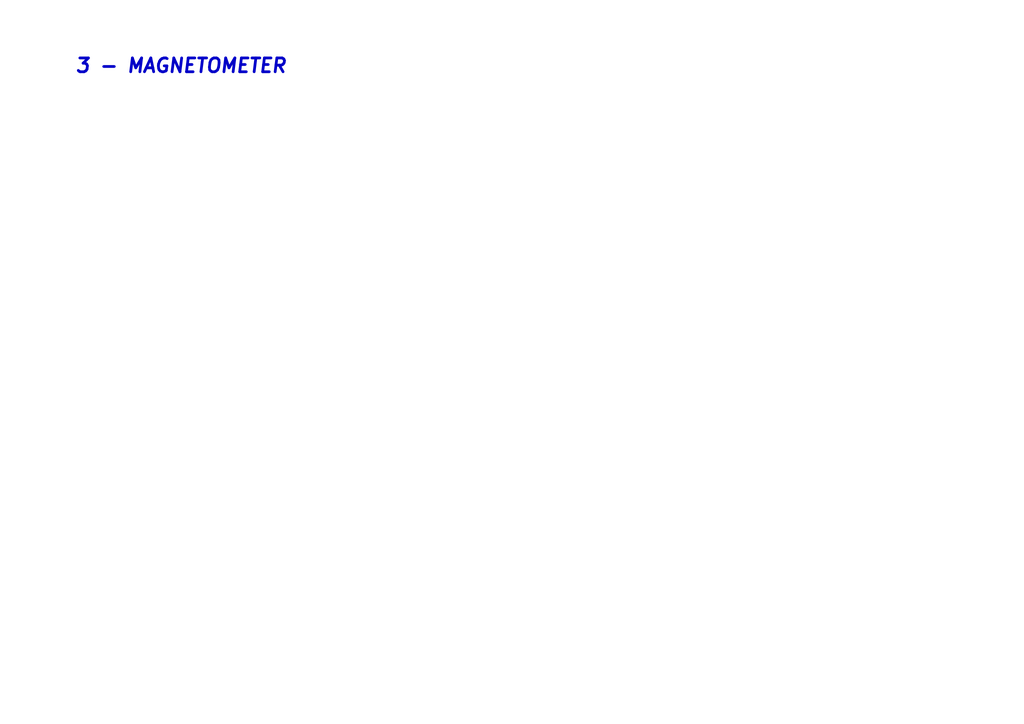
<source format=kicad_sch>
(kicad_sch (version 20230121) (generator eeschema)
  (paper "A4")
  (lib_symbols)
  (text "3 - MAGNETOMETER" (at 21.59 21.59 0) (effects (font (size 4 4) (thickness 0.8) bold italic) (justify left bottom)))
)
</source>
